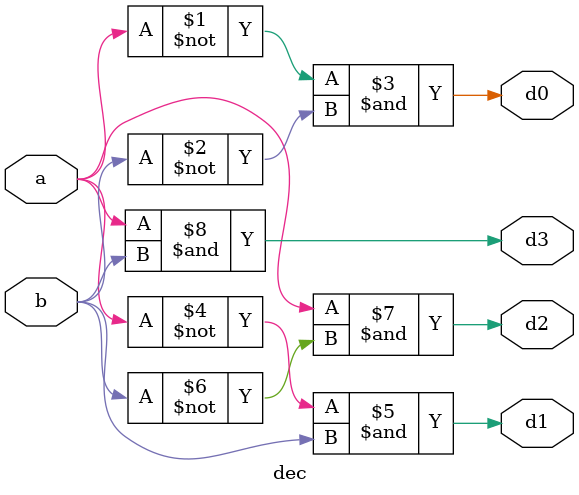
<source format=v>
`timescale 1ns / 1ps

module dec(
    input a, b,
    output d0, d1, d2, d3
    );

    assign d0 = ~a&~b;
    assign d1 = ~a&b;
    assign d2 = a&~b;
    assign d3 = a&b;
    
    // assign d0 = a|b;
    // assign d1 = a|~b;
    // assign d2 = ~a|b;
    // assign d3 = ~a|~b;
    
endmodule
</source>
